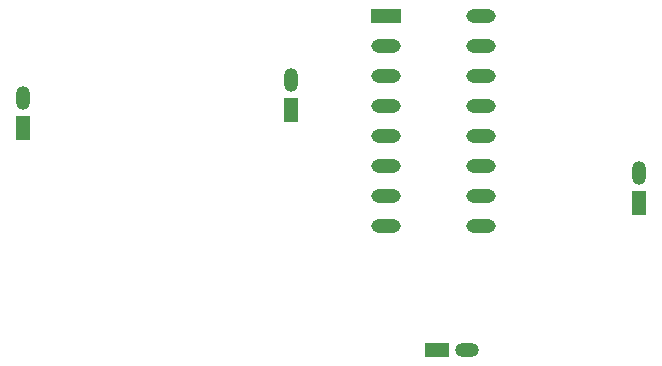
<source format=gbr>
%TF.GenerationSoftware,Altium Limited,Altium Designer,24.3.1 (35)*%
G04 Layer_Physical_Order=2*
G04 Layer_Color=16711680*
%FSLAX45Y45*%
%MOMM*%
%TF.SameCoordinates,C12ACCCC-6258-4ABC-958C-20978443E832*%
%TF.FilePolarity,Positive*%
%TF.FileFunction,Copper,L2,Bot,Signal*%
%TF.Part,Single*%
G01*
G75*
%TA.AperFunction,ComponentPad*%
%ADD11R,1.20000X2.00000*%
%ADD12O,1.20000X2.00000*%
%ADD13R,2.50000X1.20000*%
%ADD14O,2.50000X1.20000*%
%ADD15R,2.00000X1.20000*%
%ADD16O,2.00000X1.20000*%
D11*
X8280400Y7696200D02*
D03*
X11226800Y6908800D02*
D03*
X6007100Y7543800D02*
D03*
D12*
X8280400Y7950200D02*
D03*
X11226800Y7162800D02*
D03*
X6007100Y7797800D02*
D03*
D13*
X9080500Y8496300D02*
D03*
D14*
Y8242300D02*
D03*
Y7988300D02*
D03*
Y7734300D02*
D03*
Y7480300D02*
D03*
Y7226300D02*
D03*
Y6972300D02*
D03*
Y6718300D02*
D03*
X9884298Y8242300D02*
D03*
Y7988300D02*
D03*
Y7734300D02*
D03*
Y7480300D02*
D03*
Y7226300D02*
D03*
Y6972300D02*
D03*
Y6718300D02*
D03*
Y8496300D02*
D03*
D15*
X9512300Y5664200D02*
D03*
D16*
X9766300D02*
D03*
%TF.MD5,b1cc2769b61a3ba9bea4687aca010790*%
M02*

</source>
